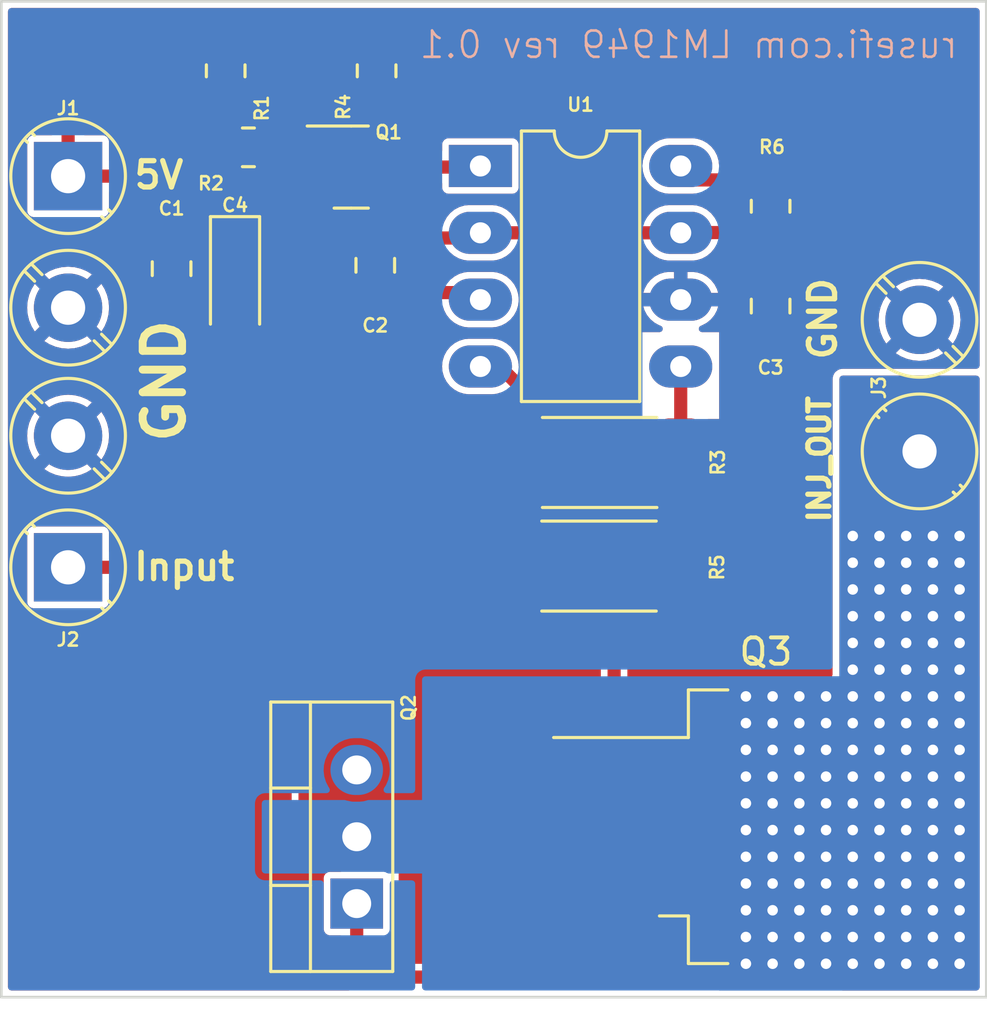
<source format=kicad_pcb>
(kicad_pcb (version 20211014) (generator pcbnew)
  (layers (0 "F.Cu" signal) (31 "B.Cu" signal) (34 "B.Paste" user) (35 "F.Paste" user) (36 "B.SilkS" user "B.Silkscreen") (37 "F.SilkS" user "F.Silkscreen") (38 "B.Mask" user) (39 "F.Mask" user) (44 "Edge.Cuts" user))
  (net 0 "")
  (net 1 "+5V")
  (net 2 "GND")
  (net 3 "/OUT")
  (net 4 "Net-(C2-Pad2)")
  (net 5 "Net-(C3-Pad1)")
  (net 6 "Net-(J2-Pad1)")
  (net 7 "/INJ")
  (net 8 "Net-(Q1-Pad1)")
  (net 9 "Net-(Q1-Pad3)")
  (net 10 "/SEN")
  (footprint "TerminalBlock_Phoenix:TerminalBlock_Phoenix_PT-1,5-2-5.0-H_1x02_P5.00mm_Horizontal" (layer "F.Cu") (at 127 56.174 -90)
    (fp_text reference "J1" (at -2.58 0 180) (layer "F.SilkS") (effects (font (size 0.5 0.5) (thickness 0.1))))
    (fp_text value "Supply")
    (fp_line (start 1.388 -1.654) (end 1.281 -1.547) (layer "F.SilkS") (width 0.12))
    (fp_line (start 6.654 -1.388) (end 6.259 -0.992) (layer "F.SilkS") (width 0.12))
    (fp_line (start 3.993 1.274) (end 3.613 1.654) (layer "F.SilkS") (width 0.12))
    (fp_line (start 1.654 -1.388) (end 1.547 -1.281) (layer "F.SilkS") (width 0.12))
    (fp_line (start 6.388 -1.654) (end 6.008 -1.274) (layer "F.SilkS") (width 0.12))
    (fp_line (start -1.282 1.547) (end -1.388 1.654) (layer "F.SilkS") (width 0.12))
    (fp_line (start -1.548 1.281) (end -1.654 1.388) (layer "F.SilkS") (width 0.12))
    (fp_line (start 3.742 0.992) (end 3.347 1.388) (layer "F.SilkS") (width 0.12))
    (fp_circle (center 5 0) (end 7.18 0) (layer "F.SilkS") (width 0.12) (fill none))
    (fp_circle (center 0 0) (end 2.18 0) (layer "F.SilkS") (width 0.12) (fill none))
    (pad "1" thru_hole rect (at 0 0 270) (size 2.6 2.6) (drill 1.3) (layers *.Cu *.Mask) (net 1 "+5V"))
    (pad "2" thru_hole circle (at 5 0 270) (size 2.6 2.6) (drill 1.3) (layers *.Cu *.Mask) (net 2 "GND"))
  )
  (footprint "Resistor_SMD:R_0805_2012Metric_Pad1.20x1.40mm_HandSolder" (layer "F.Cu") (at 153.7208 57.3184 90)
    (fp_text reference "R6" (at 2.2512 0.0508 180) (layer "F.SilkS") (effects (font (size 0.5 0.5) (thickness 0.1))))
    (fp_text value "39k")
    (fp_line (start -0.227064 -0.735) (end 0.227064 -0.735) (layer "F.SilkS") (width 0.12))
    (fp_line (start -0.227064 0.735) (end 0.227064 0.735) (layer "F.SilkS") (width 0.12))
    (pad "1" smd roundrect (at -1 0 90) (size 1.2 1.4) (layers "F.Cu" "F.Paste" "F.Mask") (roundrect_rratio 0.2083333333) (net 1 "+5V"))
    (pad "2" smd roundrect (at 1 0 90) (size 1.2 1.4) (layers "F.Cu" "F.Paste" "F.Mask") (roundrect_rratio 0.2083333333) (net 5 "Net-(C3-Pad1)"))
  )
  (footprint "Package_TO_SOT_THT:TO-220-3_Vertical" (layer "F.Cu") (at 137.978 83.82 90)
    (fp_text reference "Q2" (at 7.4422 1.976 90) (layer "F.SilkS") (effects (font (size 0.5 0.5) (thickness 0.1))))
    (fp_text value "TIP122")
    (fp_line (start 0.69 -3.27) (end 0.69 -1.76) (layer "F.SilkS") (width 0.12))
    (fp_line (start -2.58 -3.27) (end -2.58 1.371) (layer "F.SilkS") (width 0.12))
    (fp_line (start 7.66 -3.27) (end 7.66 1.371) (layer "F.SilkS") (width 0.12))
    (fp_line (start 4.391 -3.27) (end 4.391 -1.76) (layer "F.SilkS") (width 0.12))
    (fp_line (start -2.58 1.371) (end 7.66 1.371) (layer "F.SilkS") (width 0.12))
    (fp_line (start -2.58 -1.76) (end 7.66 -1.76) (layer "F.SilkS") (width 0.12))
    (fp_line (start -2.58 -3.27) (end 7.66 -3.27) (layer "F.SilkS") (width 0.12))
    (pad "1" thru_hole rect (at 0 0 90) (size 1.905 2) (drill 1.1) (layers *.Cu *.Mask) (net 3 "/OUT"))
    (pad "2" thru_hole oval (at 2.54 0 90) (size 1.905 2) (drill 1.1) (layers *.Cu *.Mask) (net 7 "/INJ"))
    (pad "3" thru_hole oval (at 5.08 0 90) (size 1.905 2) (drill 1.1) (layers *.Cu *.Mask) (net 10 "/SEN"))
  )
  (footprint "Resistor_SMD:R_2512_6332Metric_Pad1.40x3.35mm_HandSolder" (layer "F.Cu") (at 147.2184 67.056)
    (fp_text reference "R3" (at 4.4958 0 90) (layer "F.SilkS") (effects (font (size 0.5 0.5) (thickness 0.1))))
    (fp_text value "0.2R")
    (fp_line (start -2.177064 -1.71) (end 2.177064 -1.71) (layer "F.SilkS") (width 0.12))
    (fp_line (start -2.177064 1.71) (end 2.177064 1.71) (layer "F.SilkS") (width 0.12))
    (pad "1" smd roundrect (at -3.05 0) (size 1.4 3.35) (layers "F.Cu" "F.Paste" "F.Mask") (roundrect_rratio 0.1785707143) (net 10 "/SEN"))
    (pad "2" smd roundrect (at 3.05 0) (size 1.4 3.35) (layers "F.Cu" "F.Paste" "F.Mask") (roundrect_rratio 0.1785707143) (net 2 "GND"))
  )
  (footprint "Resistor_SMD:R_0805_2012Metric_Pad1.20x1.40mm_HandSolder" (layer "F.Cu") (at 138.7348 52.1716 -90)
    (fp_text reference "R4" (at 1.3716 1.27 90) (layer "F.SilkS") (effects (font (size 0.5 0.5) (thickness 0.1))))
    (fp_text value "1k")
    (fp_line (start -0.227064 -0.735) (end 0.227064 -0.735) (layer "F.SilkS") (width 0.12))
    (fp_line (start -0.227064 0.735) (end 0.227064 0.735) (layer "F.SilkS") (width 0.12))
    (pad "1" smd roundrect (at -1 0 270) (size 1.2 1.4) (layers "F.Cu" "F.Paste" "F.Mask") (roundrect_rratio 0.2083333333) (net 1 "+5V"))
    (pad "2" smd roundrect (at 1 0 270) (size 1.2 1.4) (layers "F.Cu" "F.Paste" "F.Mask") (roundrect_rratio 0.2083333333) (net 9 "Net-(Q1-Pad3)"))
  )
  (footprint "Capacitor_Tantalum_SMD:CP_EIA-3216-18_Kemet-A_Pad1.58x1.35mm_HandSolder" (layer "F.Cu") (at 133.35 60.198 -90)
    (fp_text reference "C4" (at -2.921 0 180) (layer "F.SilkS") (effects (font (size 0.5 0.5) (thickness 0.1))))
    (fp_text value "220nF")
    (fp_line (start -2.485 0.935) (end 1.6 0.935) (layer "F.SilkS") (width 0.12))
    (fp_line (start -2.485 -0.935) (end -2.485 0.935) (layer "F.SilkS") (width 0.12))
    (fp_line (start 1.6 -0.935) (end -2.485 -0.935) (layer "F.SilkS") (width 0.12))
    (pad "1" smd roundrect (at -1.4375 0 270) (size 1.575 1.35) (layers "F.Cu" "F.Paste" "F.Mask") (roundrect_rratio 0.1851851852) (net 1 "+5V"))
    (pad "2" smd roundrect (at 1.4375 0 270) (size 1.575 1.35) (layers "F.Cu" "F.Paste" "F.Mask") (roundrect_rratio 0.1851851852) (net 2 "GND"))
  )
  (footprint "TerminalBlock_Phoenix:TerminalBlock_Phoenix_PT-1,5-2-5.0-H_1x02_P5.00mm_Horizontal" (layer "F.Cu") (at 159.385 66.635 90)
    (fp_text reference "J3" (at 2.4238 -1.5494 90) (layer "F.SilkS") (effects (font (size 0.5 0.5) (thickness 0.1))))
    (fp_text value "INJ_Out")
    (fp_line (start 1.388 -1.654) (end 1.281 -1.547) (layer "F.SilkS") (width 0.12))
    (fp_line (start 1.654 -1.388) (end 1.547 -1.281) (layer "F.SilkS") (width 0.12))
    (fp_line (start 3.742 0.992) (end 3.347 1.388) (layer "F.SilkS") (width 0.12))
    (fp_line (start 3.993 1.274) (end 3.613 1.654) (layer "F.SilkS") (width 0.12))
    (fp_line (start -1.282 1.547) (end -1.388 1.654) (layer "F.SilkS") (width 0.12))
    (fp_line (start -1.548 1.281) (end -1.654 1.388) (layer "F.SilkS") (width 0.12))
    (fp_line (start 6.654 -1.388) (end 6.259 -0.992) (layer "F.SilkS") (width 0.12))
    (fp_line (start 6.388 -1.654) (end 6.008 -1.274) (layer "F.SilkS") (width 0.12))
    (fp_circle (center 0 0) (end 2.18 0) (layer "F.SilkS") (width 0.12) (fill none))
    (fp_circle (center 5 0) (end 7.18 0) (layer "F.SilkS") (width 0.12) (fill none))
    (pad "1" thru_hole rect (at 0 0 90) (size 2.6 2.6) (drill 1.3) (layers *.Cu *.Mask) (net 7 "/INJ"))
    (pad "2" thru_hole circle (at 5 0 90) (size 2.6 2.6) (drill 1.3) (layers *.Cu *.Mask) (net 2 "GND"))
  )
  (footprint "Resistor_SMD:R_0805_2012Metric_Pad1.20x1.40mm_HandSolder" (layer "F.Cu") (at 133.858 55.0792)
    (fp_text reference "R2" (at -1.4224 1.3716) (layer "F.SilkS") (effects (font (size 0.5 0.5) (thickness 0.1))))
    (fp_text value "1k")
    (fp_line (start -0.227064 0.735) (end 0.227064 0.735) (layer "F.SilkS") (width 0.12))
    (fp_line (start -0.227064 -0.735) (end 0.227064 -0.735) (layer "F.SilkS") (width 0.12))
    (pad "1" smd roundrect (at -1 0) (size 1.2 1.4) (layers "F.Cu" "F.Paste" "F.Mask") (roundrect_rratio 0.2083333333) (net 6 "Net-(J2-Pad1)"))
    (pad "2" smd roundrect (at 1 0) (size 1.2 1.4) (layers "F.Cu" "F.Paste" "F.Mask") (roundrect_rratio 0.2083333333) (net 8 "Net-(Q1-Pad1)"))
  )
  (footprint "Capacitor_SMD:C_0805_2012Metric_Pad1.18x1.45mm_HandSolder" (layer "F.Cu") (at 130.937 59.69 -90)
    (fp_text reference "C1" (at -2.286 0 180) (layer "F.SilkS") (effects (font (size 0.5 0.5) (thickness 0.1))))
    (fp_text value "0.1uF")
    (fp_line (start -0.261252 -0.735) (end 0.261252 -0.735) (layer "F.SilkS") (width 0.12))
    (fp_line (start -0.261252 0.735) (end 0.261252 0.735) (layer "F.SilkS") (width 0.12))
    (pad "1" smd roundrect (at -1.0375 0 270) (size 1.175 1.45) (layers "F.Cu" "F.Paste" "F.Mask") (roundrect_rratio 0.2127659574) (net 1 "+5V"))
    (pad "2" smd roundrect (at 1.0375 0 270) (size 1.175 1.45) (layers "F.Cu" "F.Paste" "F.Mask") (roundrect_rratio 0.2127659574) (net 2 "GND"))
  )
  (footprint "Package_TO_SOT_SMD:SOT-23" (layer "F.Cu") (at 137.7696 55.8292)
    (fp_text reference "Q1" (at 1.4224 -1.3208) (layer "F.SilkS") (effects (font (size 0.5 0.5) (thickness 0.1))))
    (fp_text value "BC817")
    (fp_line (start 0 1.56) (end 0.65 1.56) (layer "F.SilkS") (width 0.12))
    (fp_line (start 0 -1.56) (end -1.675 -1.56) (layer "F.SilkS") (width 0.12))
    (fp_line (start 0 -1.56) (end 0.65 -1.56) (layer "F.SilkS") (width 0.12))
    (fp_line (start 0 1.56) (end -0.65 1.56) (layer "F.SilkS") (width 0.12))
    (pad "1" smd roundrect (at -0.9375 -0.95) (size 1.475 0.6) (layers "F.Cu" "F.Paste" "F.Mask") (net 8 "Net-(Q1-Pad1)"))
    (pad "2" smd roundrect (at -0.9375 0.95) (size 1.475 0.6) (layers "F.Cu" "F.Paste" "F.Mask") (net 2 "GND"))
    (pad "3" smd roundrect (at 0.9375 0) (size 1.475 0.6) (layers "F.Cu" "F.Paste" "F.Mask") (net 9 "Net-(Q1-Pad3)"))
  )
  (footprint "Package_TO_SOT_SMD:TO-263-2" (layer "F.Cu") (at 153.543 80.899)
    (fp_text reference "Q3" (at 0 -6.65) (layer "F.SilkS"))
    (fp_text value "FJB102TM")
    (fp_line (start -1.45 5.2) (end -2.95 5.2) (layer "F.SilkS") (width 0.12))
    (fp_line (start -2.95 -5.2) (end -2.95 -3.39) (layer "F.SilkS") (width 0.12))
    (fp_line (start -2.95 3.39) (end -4.05 3.39) (layer "F.SilkS") (width 0.12))
    (fp_line (start -2.95 5.2) (end -2.95 3.39) (layer "F.SilkS") (width 0.12))
    (fp_line (start -1.45 -5.2) (end -2.95 -5.2) (layer "F.SilkS") (width 0.12))
    (fp_line (start -2.95 -3.39) (end -8.075 -3.39) (layer "F.SilkS") (width 0.12))
    (pad "1" smd rect (at -5.775 -2.54) (size 4.6 1.1) (layers "F.Cu" "F.Paste" "F.Mask") (net 3 "/OUT"))
    (pad "2" smd rect (at 3.375 0) (size 9.4 10.8) (layers "F.Cu" "F.Mask") (net 7 "/INJ"))
    (pad "3" smd rect (at -5.775 2.54) (size 4.6 1.1) (layers "F.Cu" "F.Paste" "F.Mask") (net 10 "/SEN"))
  )
  (footprint "TerminalBlock_Phoenix:TerminalBlock_Phoenix_PT-1,5-2-5.0-H_1x02_P5.00mm_Horizontal" (layer "F.Cu") (at 127 71.04 90)
    (fp_text reference "J2" (at -2.747 0 180) (layer "F.SilkS") (effects (font (size 0.5 0.5) (thickness 0.1))))
    (fp_text value "Input")
    (fp_line (start 6.654 -1.388) (end 6.259 -0.992) (layer "F.SilkS") (width 0.12))
    (fp_line (start -1.548 1.281) (end -1.654 1.388) (layer "F.SilkS") (width 0.12))
    (fp_line (start -1.282 1.547) (end -1.388 1.654) (layer "F.SilkS") (width 0.12))
    (fp_line (start 1.654 -1.388) (end 1.547 -1.281) (layer "F.SilkS") (width 0.12))
    (fp_line (start 3.742 0.992) (end 3.347 1.388) (layer "F.SilkS") (width 0.12))
    (fp_line (start 3.993 1.274) (end 3.613 1.654) (layer "F.SilkS") (width 0.12))
    (fp_line (start 6.388 -1.654) (end 6.008 -1.274) (layer "F.SilkS") (width 0.12))
    (fp_line (start 1.388 -1.654) (end 1.281 -1.547) (layer "F.SilkS") (width 0.12))
    (fp_circle (center 0 0) (end 2.18 0) (layer "F.SilkS") (width 0.12) (fill none))
    (fp_circle (center 5 0) (end 7.18 0) (layer "F.SilkS") (width 0.12) (fill none))
    (pad "1" thru_hole rect (at 0 0 90) (size 2.6 2.6) (drill 1.3) (layers *.Cu *.Mask) (net 6 "Net-(J2-Pad1)"))
    (pad "2" thru_hole circle (at 5 0 90) (size 2.6 2.6) (drill 1.3) (layers *.Cu *.Mask) (net 2 "GND"))
  )
  (footprint "Package_DIP:DIP-8_W7.62mm_LongPads" (layer "F.Cu") (at 142.6822 55.7884)
    (fp_text reference "U1" (at 3.81 -2.33) (layer "F.SilkS") (effects (font (size 0.5 0.5) (thickness 0.1))))
    (fp_text value "LM1949N_NOPB")
    (fp_line (start 1.56 -1.33) (end 1.56 8.95) (layer "F.SilkS") (width 0.12))
    (fp_line (start 6.06 -1.33) (end 4.81 -1.33) (layer "F.SilkS") (width 0.12))
    (fp_line (start 2.81 -1.33) (end 1.56 -1.33) (layer "F.SilkS") (width 0.12))
    (fp_line (start 1.56 8.95) (end 6.06 8.95) (layer "F.SilkS") (width 0.12))
    (fp_line (start 6.06 8.95) (end 6.06 -1.33) (layer "F.SilkS") (width 0.12))
    (fp_arc (start 4.81 -1.33) (mid 3.81 -0.33) (end 2.81 -1.33) (layer "F.SilkS") (width 0.12))
    (pad "1" thru_hole rect (at 0 0) (size 2.4 1.6) (drill 0.8) (layers *.Cu *.Mask) (net 9 "Net-(Q1-Pad3)"))
    (pad "2" thru_hole oval (at 0 2.54) (size 2.4 1.6) (drill 0.8) (layers *.Cu *.Mask) (net 3 "/OUT"))
    (pad "3" thru_hole oval (at 0 5.08) (size 2.4 1.6) (drill 0.8) (layers *.Cu *.Mask) (net 4 "Net-(C2-Pad2)"))
    (pad "4" thru_hole oval (at 0 7.62) (size 2.4 1.6) (drill 0.8) (layers *.Cu *.Mask) (net 10 "/SEN"))
    (pad "5" thru_hole oval (at 7.62 7.62) (size 2.4 1.6) (drill 0.8) (layers *.Cu *.Mask) (net 2 "GND"))
    (pad "6" thru_hole oval (at 7.62 5.08) (size 2.4 1.6) (drill 0.8) (layers *.Cu *.Mask) (net 2 "GND"))
    (pad "7" thru_hole oval (at 7.62 2.54) (size 2.4 1.6) (drill 0.8) (layers *.Cu *.Mask) (net 1 "+5V"))
    (pad "8" thru_hole oval (at 7.62 0) (size 2.4 1.6) (drill 0.8) (layers *.Cu *.Mask) (net 5 "Net-(C3-Pad1)"))
  )
  (footprint "Capacitor_SMD:C_0805_2012Metric_Pad1.18x1.45mm_HandSolder" (layer "F.Cu") (at 153.7208 61.1124 -90)
    (fp_text reference "C3" (at 2.3368 0 180) (layer "F.SilkS") (effects (font (size 0.5 0.5) (thickness 0.1))))
    (fp_text value "0.1uF")
    (fp_line (start -0.261252 0.735) (end 0.261252 0.735) (layer "F.SilkS") (width 0.12))
    (fp_line (start -0.261252 -0.735) (end 0.261252 -0.735) (layer "F.SilkS") (width 0.12))
    (pad "1" smd roundrect (at -1.0375 0 270) (size 1.175 1.45) (layers "F.Cu" "F.Paste" "F.Mask") (roundrect_rratio 0.2127659574) (net 5 "Net-(C3-Pad1)"))
    (pad "2" smd roundrect (at 1.0375 0 270) (size 1.175 1.45) (layers "F.Cu" "F.Paste" "F.Mask") (roundrect_rratio 0.2127659574) (net 2 "GND"))
  )
  (footprint "Capacitor_SMD:C_0805_2012Metric_Pad1.18x1.45mm_HandSolder" (layer "F.Cu") (at 138.684 59.563 -90)
    (fp_text reference "C2" (at 2.286 0 180) (layer "F.SilkS") (effects (font (size 0.5 0.5) (thickness 0.1))))
    (fp_text value "0.1uF")
    (fp_line (start -0.261252 -0.735) (end 0.261252 -0.735) (layer "F.SilkS") (width 0.12))
    (fp_line (start -0.261252 0.735) (end 0.261252 0.735) (layer "F.SilkS") (width 0.12))
    (pad "1" smd roundrect (at -1.0375 0 270) (size 1.175 1.45) (layers "F.Cu" "F.Paste" "F.Mask") (roundrect_rratio 0.2127659574) (net 3 "/OUT"))
    (pad "2" smd roundrect (at 1.0375 0 270) (size 1.175 1.45) (layers "F.Cu" "F.Paste" "F.Mask") (roundrect_rratio 0.2127659574) (net 4 "Net-(C2-Pad2)"))
  )
  (footprint "Resistor_SMD:R_2512_6332Metric_Pad1.40x3.35mm_HandSolder" (layer "F.Cu") (at 147.193 70.993)
    (fp_text reference "R5" (at 4.4958 0.0508 90) (layer "F.SilkS") (effects (font (size 0.5 0.5) (thickness 0.1))))
    (fp_text value "0.2R")
    (fp_line (start -2.177064 1.71) (end 2.177064 1.71) (layer "F.SilkS") (width 0.12))
    (fp_line (start -2.177064 -1.71) (end 2.177064 -1.71) (layer "F.SilkS") (width 0.12))
    (pad "1" smd roundrect (at -3.05 0) (size 1.4 3.35) (layers "F.Cu" "F.Paste" "F.Mask") (roundrect_rratio 0.1785707143) (net 10 "/SEN"))
    (pad "2" smd roundrect (at 3.05 0) (size 1.4 3.35) (layers "F.Cu" "F.Paste" "F.Mask") (roundrect_rratio 0.1785707143) (net 2 "GND"))
  )
  (footprint "Resistor_SMD:R_0805_2012Metric_Pad1.20x1.40mm_HandSolder" (layer "F.Cu") (at 132.9944 52.1716 -90)
    (fp_text reference "R1" (at 1.4224 -1.3716 90) (layer "F.SilkS") (effects (font (size 0.5 0.5) (thickness 0.1))))
    (fp_text value "10k")
    (fp_line (start -0.227064 -0.735) (end 0.227064 -0.735) (layer "F.SilkS") (width 0.12))
    (fp_line (start -0.227064 0.735) (end 0.227064 0.735) (layer "F.SilkS") (width 0.12))
    (pad "1" smd roundrect (at -1 0 270) (size 1.2 1.4) (layers "F.Cu" "F.Paste" "F.Mask") (roundrect_rratio 0.2083333333) (net 1 "+5V"))
    (pad "2" smd roundrect (at 1 0 270) (size 1.2 1.4) (layers "F.Cu" "F.Paste" "F.Mask") (roundrect_rratio 0.2083333333) (net 6 "Net-(J2-Pad1)"))
  )
  (gr_line (start 161.925 87.376) (end 124.46 87.376) (layer "Edge.Cuts") (width 0.1))
  (gr_line (start 124.46 49.53) (end 161.925 49.53) (layer "Edge.Cuts") (width 0.1))
  (gr_line (start 161.925 49.53) (end 161.925 87.376) (layer "Edge.Cuts") (width 0.1))
  (gr_line (start 124.46 87.376) (end 124.46 49.53) (layer "Edge.Cuts") (width 0.1))
  (gr_text "rusefi.com LM1949 rev 0.1" (at 160.909 51.181) (layer "B.SilkS") (effects (font (size 1 1) (thickness 0.1)) (justify left mirror)))
  (gr_text "Input" (at 131.4196 71.0184) (layer "F.SilkS") (effects (font (size 1 1) (thickness 0.2))))
  (gr_text "GND" (at 155.702 61.595 90) (layer "F.SilkS") (effects (font (size 1 1) (thickness 0.2))))
  (gr_text "GND" (at 130.6576 63.9572 90) (layer "F.SilkS") (effects (font (size 1.5 1.5) (thickness 0.3))))
  (gr_text "5V" (at 130.4544 56.134) (layer "F.SilkS") (effects (font (size 1 1) (thickness 0.2))))
  (gr_text "INJ_OUT" (at 155.575 66.929 90) (layer "F.SilkS") (effects (font (size 0.8 0.8) (thickness 0.2))))
  (segment (start 130.937 58.6525) (end 130.937 56.769) (width 0.5) (layer "F.Cu") (net 1))
  (segment (start 127.6444 51.1716) (end 132.9944 51.1716) (width 0.5) (layer "F.Cu") (net 1))
  (segment (start 145.4056 51.1716) (end 138.7348 51.1716) (width 0.5) (layer "F.Cu") (net 1))
  (segment (start 138.7348 51.1716) (end 132.9944 51.1716) (width 0.5) (layer "F.Cu") (net 1))
  (segment (start 150.3022 58.3284) (end 148.2444 58.3284) (width 0.5) (layer "F.Cu") (net 1))
  (segment (start 153.7208 58.3184) (end 150.3122 58.3184) (width 0.5) (layer "F.Cu") (net 1))
  (segment (start 133.35 58.7605) (end 131.045 58.7605) (width 0.5) (layer "F.Cu") (net 1))
  (segment (start 146.812 52.578) (end 145.4056 51.1716) (width 0.5) (layer "F.Cu") (net 1))
  (segment (start 150.3122 58.3184) (end 150.3022 58.3284) (width 0.5) (layer "F.Cu") (net 1))
  (segment (start 127 56.174) (end 127 51.816) (width 0.5) (layer "F.Cu") (net 1))
  (segment (start 131.045 58.7605) (end 130.937 58.6525) (width 0.5) (layer "F.Cu") (net 1))
  (segment (start 146.812 56.896) (end 146.812 52.578) (width 0.5) (layer "F.Cu") (net 1))
  (segment (start 130.937 56.769) (end 130.342 56.174) (width 0.5) (layer "F.Cu") (net 1))
  (segment (start 127 51.816) (end 127.6444 51.1716) (width 0.5) (layer "F.Cu") (net 1))
  (segment (start 130.342 56.174) (end 127 56.174) (width 0.5) (layer "F.Cu") (net 1))
  (segment (start 148.2444 58.3284) (end 146.812 56.896) (width 0.5) (layer "F.Cu") (net 1))
  (segment (start 150.3022 63.4084) (end 150.3022 67.0222) (width 0.5) (layer "F.Cu") (net 2))
  (segment (start 150.3022 67.0222) (end 150.2684 67.056) (width 0.5) (layer "F.Cu") (net 2))
  (segment (start 151.257 85.725) (end 150.368 86.614) (width 0.5) (layer "F.Cu") (net 3))
  (segment (start 147.768 78.359) (end 150.876 78.359) (width 0.5) (layer "F.Cu") (net 3))
  (segment (start 138.684 58.5255) (end 142.4851 58.5255) (width 0.5) (layer "F.Cu") (net 3))
  (segment (start 142.4851 58.5255) (end 142.6822 58.3284) (width 0.5) (layer "F.Cu") (net 3))
  (segment (start 142.6822 58.3284) (end 145.3234 58.3284) (width 0.5) (layer "F.Cu") (net 3))
  (segment (start 150.876 78.359) (end 151.257 78.74) (width 0.5) (layer "F.Cu") (net 3))
  (segment (start 138.176 86.614) (end 137.978 86.416) (width 0.5) (layer "F.Cu") (net 3))
  (segment (start 137.978 86.416) (end 137.978 83.82) (width 0.5) (layer "F.Cu") (net 3))
  (segment (start 147.768 60.773) (end 147.768 78.359) (width 0.5) (layer "F.Cu") (net 3))
  (segment (start 151.257 78.74) (end 151.257 85.725) (width 0.5) (layer "F.Cu") (net 3))
  (segment (start 150.368 86.614) (end 138.176 86.614) (width 0.5) (layer "F.Cu") (net 3))
  (segment (start 145.3234 58.3284) (end 147.768 60.773) (width 0.5) (layer "F.Cu") (net 3))
  (segment (start 138.684 60.6005) (end 142.4143 60.6005) (width 0.5) (layer "F.Cu") (net 4))
  (segment (start 142.4143 60.6005) (end 142.6822 60.8684) (width 0.5) (layer "F.Cu") (net 4))
  (segment (start 153.7208 56.3184) (end 150.8322 56.3184) (width 0.5) (layer "F.Cu") (net 5))
  (segment (start 153.7208 56.3184) (end 155.1752 56.3184) (width 0.5) (layer "F.Cu") (net 5))
  (segment (start 155.2155 60.0749) (end 153.7208 60.0749) (width 0.5) (layer "F.Cu") (net 5))
  (segment (start 155.1752 56.3184) (end 155.5496 56.6928) (width 0.5) (layer "F.Cu") (net 5))
  (segment (start 155.5496 59.7408) (end 155.2155 60.0749) (width 0.5) (layer "F.Cu") (net 5))
  (segment (start 155.5496 56.6928) (end 155.5496 59.7408) (width 0.5) (layer "F.Cu") (net 5))
  (segment (start 150.8322 56.3184) (end 150.3022 55.7884) (width 0.5) (layer "F.Cu") (net 5))
  (segment (start 132.842 55.0952) (end 132.842 56.388) (width 0.5) (layer "F.Cu") (net 6))
  (segment (start 132.9944 53.1716) (end 132.9944 54.9428) (width 0.5) (layer "F.Cu") (net 6))
  (segment (start 134.192 71.04) (end 127 71.04) (width 0.5) (layer "F.Cu") (net 6))
  (segment (start 132.858 55.0792) (end 132.842 55.0952) (width 0.5) (layer "F.Cu") (net 6))
  (segment (start 133.35 56.896) (end 134.366 56.896) (width 0.5) (layer "F.Cu") (net 6))
  (segment (start 134.366 56.896) (end 135.128 57.658) (width 0.5) (layer "F.Cu") (net 6))
  (segment (start 135.128 70.104) (end 134.192 71.04) (width 0.5) (layer "F.Cu") (net 6))
  (segment (start 135.128 57.658) (end 135.128 70.104) (width 0.5) (layer "F.Cu") (net 6))
  (segment (start 132.9944 54.9428) (end 132.858 55.0792) (width 0.5) (layer "F.Cu") (net 6))
  (segment (start 132.842 56.388) (end 133.35 56.896) (width 0.5) (layer "F.Cu") (net 6))
  (via (at 158.877 82.042) (size 0.8) (drill 0.4) (layers "F.Cu" "B.Cu") (net 7))
  (via (at 156.845 83.058) (size 0.8) (drill 0.4) (layers "F.Cu" "B.Cu") (net 7))
  (via (at 159.893 80.01) (size 0.8) (drill 0.4) (layers "F.Cu" "B.Cu") (net 7))
  (via (at 154.813 81.026) (size 0.8) (drill 0.4) (layers "F.Cu" "B.Cu") (net 7))
  (via (at 158.877 83.058) (size 0.8) (drill 0.4) (layers "F.Cu" "B.Cu") (net 7))
  (via (at 157.861 82.042) (size 0.8) (drill 0.4) (layers "F.Cu" "B.Cu") (net 7))
  (via (at 157.861 74.93) (size 0.8) (drill 0.4) (layers "F.Cu" "B.Cu") (net 7))
  (via (at 160.909 76.962) (size 0.8) (drill 0.4) (layers "F.Cu" "B.Cu") (net 7))
  (via (at 154.813 85.09) (size 0.8) (drill 0.4) (layers "F.Cu" "B.Cu") (net 7))
  (via (at 159.893 85.09) (size 0.8) (drill 0.4) (layers "F.Cu" "B.Cu") (net 7))
  (via (at 157.861 69.85) (size 0.8) (drill 0.4) (layers "F.Cu" "B.Cu") (net 7))
  (via (at 156.845 72.898) (size 0.8) (drill 0.4) (layers "F.Cu" "B.Cu") (net 7))
  (via (at 157.861 76.962) (size 0.8) (drill 0.4) (layers "F.Cu" "B.Cu") (net 7))
  (via (at 160.909 72.898) (size 0.8) (drill 0.4) (layers "F.Cu" "B.Cu") (net 7))
  (via (at 159.893 71.882) (size 0.8) (drill 0.4) (layers "F.Cu" "B.Cu") (net 7))
  (via (at 159.893 83.058) (size 0.8) (drill 0.4) (layers "F.Cu" "B.Cu") (net 7))
  (via (at 160.909 69.85) (size 0.8) (drill 0.4) (layers "F.Cu" "B.Cu") (net 7))
  (via (at 153.797 86.106) (size 0.8) (drill 0.4) (layers "F.Cu" "B.Cu") (net 7))
  (via (at 157.861 73.914) (size 0.8) (drill 0.4) (layers "F.Cu" "B.Cu") (net 7))
  (via (at 153.797 78.994) (size 0.8) (drill 0.4) (layers "F.Cu" "B.Cu") (net 7))
  (via (at 159.893 82.042) (size 0.8) (drill 0.4) (layers "F.Cu" "B.Cu") (net 7))
  (via (at 152.781 78.994) (size 0.8) (drill 0.4) (layers "F.Cu" "B.Cu") (net 7))
  (via (at 157.861 84.074) (size 0.8) (drill 0.4) (layers "F.Cu" "B.Cu") (net 7))
  (via (at 160.909 86.106) (size 0.8) (drill 0.4) (layers "F.Cu" "B.Cu") (net 7))
  (via (at 160.909 70.866) (size 0.8) (drill 0.4) (layers "F.Cu" "B.Cu") (net 7))
  (via (at 160.909 83.058) (size 0.8) (drill 0.4) (layers "F.Cu" "B.Cu") (net 7))
  (via (at 156.845 77.978) (size 0.8) (drill 0.4) (layers "F.Cu" "B.Cu") (net 7))
  (via (at 158.877 75.946) (size 0.8) (drill 0.4) (layers "F.Cu" "B.Cu") (net 7))
  (via (at 154.813 78.994) (size 0.8) (drill 0.4) (layers "F.Cu" "B.Cu") (net 7))
  (via (at 156.845 75.946) (size 0.8) (drill 0.4) (layers "F.Cu" "B.Cu") (net 7))
  (via (at 155.829 85.09) (size 0.8) (drill 0.4) (layers "F.Cu" "B.Cu") (net 7))
  (via (at 157.861 81.026) (size 0.8) (drill 0.4) (layers "F.Cu" "B.Cu") (net 7))
  (via (at 155.829 86.106) (size 0.8) (drill 0.4) (layers "F.Cu" "B.Cu") (net 7))
  (via (at 158.877 72.898) (size 0.8) (drill 0.4) (layers "F.Cu" "B.Cu") (net 7))
  (via (at 160.909 77.978) (size 0.8) (drill 0.4) (layers "F.Cu" "B.Cu") (net 7))
  (via (at 160.909 84.074) (size 0.8) (drill 0.4) (layers "F.Cu" "B.Cu") (net 7))
  (via (at 158.877 76.962) (size 0.8) (drill 0.4) (layers "F.Cu" "B.Cu") (net 7))
  (via (at 156.845 74.93) (size 0.8) (drill 0.4) (layers "F.Cu" "B.Cu") (net 7))
  (via (at 155.829 83.058) (size 0.8) (drill 0.4) (layers "F.Cu" "B.Cu") (net 7))
  (via (at 157.861 70.866) (size 0.8) (drill 0.4) (layers "F.Cu" "B.Cu") (net 7))
  (via (at 156.845 76.962) (size 0.8) (drill 0.4) (layers "F.Cu" "B.Cu") (net 7))
  (via (at 160.909 73.914) (size 0.8) (drill 0.4) (layers "F.Cu" "B.Cu") (net 7))
  (via (at 155.829 80.01) (size 0.8) (drill 0.4) (layers "F.Cu" "B.Cu") (net 7))
  (via (at 152.781 82.042) (size 0.8) (drill 0.4) (layers "F.Cu" "B.Cu") (net 7))
  (via (at 159.893 73.914) (size 0.8) (drill 0.4) (layers "F.Cu" "B.Cu") (net 7))
  (via (at 154.813 84.074) (size 0.8) (drill 0.4) (layers "F.Cu" "B.Cu") (net 7))
  (via (at 160.909 78.994) (size 0.8) (drill 0.4) (layers "F.Cu" "B.Cu") (net 7))
  (via (at 159.893 77.978) (size 0.8) (drill 0.4) (layers "F.Cu" "B.Cu") (net 7))
  (via (at 156.845 70.866) (size 0.8) (drill 0.4) (layers "F.Cu" "B.Cu") (net 7))
  (via (at 158.877 69.85) (size 0.8) (drill 0.4) (layers "F.Cu" "B.Cu") (net 7))
  (via (at 160.909 74.93) (size 0.8) (drill 0.4) (layers "F.Cu" "B.Cu") (net 7))
  (via (at 155.829 81.026) (size 0.8) (drill 0.4) (layers "F.Cu" "B.Cu") (net 7))
  (via (at 156.845 69.85) (size 0.8) (drill 0.4) (layers "F.Cu" "B.Cu") (net 7))
  (via (at 152.781 80.01) (size 0.8) (drill 0.4) (layers "F.Cu" "B.Cu") (net 7))
  (via (at 158.877 70.866) (size 0.8) (drill 0.4) (layers "F.Cu" "B.Cu") (net 7))
  (via (at 160.909 85.09) (size 0.8) (drill 0.4) (layers "F.Cu" "B.Cu") (net 7))
  (via (at 159.893 70.866) (size 0.8) (drill 0.4) (layers "F.Cu" "B.Cu") (net 7))
  (via (at 158.877 78.994) (size 0.8) (drill 0.4) (layers "F.Cu" "B.Cu") (net 7))
  (via (at 154.813 80.01) (size 0.8) (drill 0.4) (layers "F.Cu" "B.Cu") (net 7))
  (via (at 159.893 86.106) (size 0.8) (drill 0.4) (layers "F.Cu" "B.Cu") (net 7))
  (via (at 155.829 82.042) (size 0.8) (drill 0.4) (layers "F.Cu" "B.Cu") (net 7))
  (via (at 158.877 85.09) (size 0.8) (drill 0.4) (layers "F.Cu" "B.Cu") (net 7))
  (via (at 158.877 74.93) (size 0.8) (drill 0.4) (layers "F.Cu" "B.Cu") (net 7))
  (via (at 153.797 76.962) (size 0.8) (drill 0.4) (layers "F.Cu" "B.Cu") (net 7))
  (via (at 152.781 84.074) (size 0.8) (drill 0.4) (layers "F.Cu" "B.Cu") (net 7))
  (via (at 152.781 86.106) (size 0.8) (drill 0.4) (layers "F.Cu" "B.Cu") (net 7))
  (via (at 158.877 71.882) (size 0.8) (drill 0.4) (layers "F.Cu" "B.Cu") (net 7))
  (via (at 155.829 76.962) (size 0.8) (drill 0.4) (layers "F.Cu" "B.Cu") (net 7))
  (via (at 154.813 86.106) (size 0.8) (drill 0.4) (layers "F.Cu" "B.Cu") (net 7))
  (via (at 155.829 78.994) (size 0.8) (drill 0.4) (layers "F.Cu" "B.Cu") (net 7))
  (via (at 157.861 86.106) (size 0.8) (drill 0.4) (layers "F.Cu" "B.Cu") (net 7))
  (via (at 157.861 77.978) (size 0.8) (drill 0.4) (layers "F.Cu" "B.Cu") (net 7))
  (via (at 159.893 75.946) (size 0.8) (drill 0.4) (layers "F.Cu" "B.Cu") (net 7))
  (via (at 159.893 84.074) (size 0.8) (drill 0.4) (layers "F.Cu" "B.Cu") (net 7))
  (via (at 153.797 83.058) (size 0.8) (drill 0.4) (layers "F.Cu" "B.Cu") (net 7))
  (via (at 152.781 85.09) (size 0.8) (drill 0.4) (layers "F.Cu" "B.Cu") (net 7))
  (via (at 152.781 83.058) (size 0.8) (drill 0.4) (layers "F.Cu" "B.Cu") (net 7))
  (via (at 153.797 85.09) (size 0.8) (drill 0.4) (layers "F.Cu" "B.Cu") (net 7))
  (via (at 153.797 82.042) (size 0.8) (drill 0.4) (layers "F.Cu" "B.Cu") (net 7))
  (via (at 160.909 81.026) (size 0.8) (drill 0.4) (layers "F.Cu" "B.Cu") (net 7))
  (via (at 157.861 83.058) (size 0.8) (drill 0.4) (layers "F.Cu" "B.Cu") (net 7))
  (via (at 158.877 81.026) (size 0.8) (drill 0.4) (layers "F.Cu" "B.Cu") (net 7))
  (via (at 156.845 71.882) (size 0.8) (drill 0.4) (layers "F.Cu" "B.Cu") (net 7))
  (via (at 154.813 77.978) (size 0.8) (drill 0.4) (layers "F.Cu" "B.Cu") (net 7))
  (via (at 158.877 80.01) (size 0.8) (drill 0.4) (layers "F.Cu" "B.Cu") (net 7))
  (via (at 154.813 83.058) (size 0.8) (drill 0.4) (layers "F.Cu" "B.Cu") (net 7))
  (via (at 156.845 86.106) (size 0.8) (drill 0.4) (layers "F.Cu" "B.Cu") (net 7))
  (via (at 160.909 75.946) (size 0.8) (drill 0.4) (layers "F.Cu" "B.Cu") (net 7))
  (via (at 156.845 78.994) (size 0.8) (drill 0.4) (layers "F.Cu" "B.Cu") (net 7))
  (via (at 159.893 81.026) (size 0.8) (drill 0.4) (layers "F.Cu" "B.Cu") (net 7))
  (via (at 154.813 82.042) (size 0.8) (drill 0.4) (layers "F.Cu" "B.Cu") (net 7))
  (via (at 155.829 77.978) (size 0.8) (drill 0.4) (layers "F.Cu" "B.Cu") (net 7))
  (via (at 156.845 84.074) (size 0.8) (drill 0.4) (layers "F.Cu" "B.Cu") (net 7))
  (via (at 153.797 84.074) (size 0.8) (drill 0.4) (layers "F.Cu" "B.Cu") (net 7))
  (via (at 152.781 76.962) (size 0.8) (drill 0.4) (layers "F.Cu" "B.Cu") (net 7))
  (via (at 160.909 82.042) (size 0.8) (drill 0.4) (layers "F.Cu" "B.Cu") (net 7))
  (via (at 157.861 75.946) (size 0.8) (drill 0.4) (layers "F.Cu" "B.Cu") (net 7))
  (via (at 156.845 82.042) (size 0.8) (drill 0.4) (layers "F.Cu" "B.Cu") (net 7))
  (via (at 156.845 85.09) (size 0.8) (drill 0.4) (layers "F.Cu" "B.Cu") (net 7))
  (via (at 159.893 69.85) (size 0.8) (drill 0.4) (layers "F.Cu" "B.Cu") (net 7))
  (via (at 157.861 72.898) (size 0.8) (drill 0.4) (layers "F.Cu" "B.Cu") (net 7))
  (via (at 159.893 72.898) (size 0.8) (drill 0.4) (layers "F.Cu" "B.Cu") (net 7))
  (via (at 156.845 80.01) (size 0.8) (drill 0.4) (layers "F.Cu" "B.Cu") (net 7))
  (via (at 155.829 84.074) (size 0.8) (drill 0.4) (layers "F.Cu" "B.Cu") (net 7))
  (via (at 157.861 71.882) (size 0.8) (drill 0.4) (layers "F.Cu" "B.Cu") (net 7))
  (via (at 157.861 80.01) (size 0.8) (drill 0.4) (layers "F.Cu" "B.Cu") (net 7))
  (via (at 158.877 86.106) (size 0.8) (drill 0.4) (layers "F.Cu" "B.Cu") (net 7))
  (via (at 154.813 76.962) (size 0.8) (drill 0.4) (layers "F.Cu" "B.Cu") (net 7))
  (via (at 152.781 77.978) (size 0.8) (drill 0.4) (layers "F.Cu" "B.Cu") (net 7))
  (via (at 158.877 84.074) (size 0.8) (drill 0.4) (layers "F.Cu" "B.Cu") (net 7))
  (via (at 156.845 73.914) (size 0.8) (drill 0.4) (layers "F.Cu" "B.Cu") (net 7))
  (via (at 153.797 81.026) (size 0.8) (drill 0.4) (layers "F.Cu" "B.Cu") (net 7))
  (via (at 158.877 73.914) (size 0.8) (drill 0.4) (layers "F.Cu" "B.Cu") (net 7))
  (via (at 158.877 77.978) (size 0.8) (drill 0.4) (layers "F.Cu" "B.Cu") (net 7))
  (via (at 159.893 74.93) (size 0.8) (drill 0.4) (layers "F.Cu" "B.Cu") (net 7))
  (via (at 155.829 75.946) (size 0.8) (drill 0.4) (layers "F.Cu" "B.Cu") (net 7))
  (via (at 153.797 80.01) (size 0.8) (drill 0.4) (layers "F.Cu" "B.Cu") (net 7))
  (via (at 152.781 75.946) (size 0.8) (drill 0.4) (layers "F.Cu" "B.Cu") (net 7))
  (via (at 156.845 81.026) (size 0.8) (drill 0.4) (layers "F.Cu" "B.Cu") (net 7))
  (via (at 159.893 76.962) (size 0.8) (drill 0.4) (layers "F.Cu" "B.Cu") (net 7))
  (via (at 154.813 75.946) (size 0.8) (drill 0.4) (layers "F.Cu" "B.Cu") (net 7))
  (via (at 153.797 75.946) (size 0.8) (drill 0.4) (layers "F.Cu" "B.Cu") (net 7))
  (via (at 160.909 80.01) (size 0.8) (drill 0.4) (layers "F.Cu" "B.Cu") (net 7))
  (via (at 152.781 81.026) (size 0.8) (drill 0.4) (layers "F.Cu" "B.Cu") (net 7))
  (via (at 160.909 71.882) (size 0.8) (drill 0.4) (layers "F.Cu" "B.Cu") (net 7))
  (via (at 159.893 78.994) (size 0.8) (drill 0.4) (layers "F.Cu" "B.Cu") (net 7))
  (via (at 153.797 77.978) (size 0.8) (drill 0.4) (layers "F.Cu" "B.Cu") (net 7))
  (via (at 157.861 85.09) (size 0.8) (drill 0.4) (layers "F.Cu" "B.Cu") (net 7))
  (via (at 157.861 78.994) (size 0.8) (drill 0.4) (layers "F.Cu" "B.Cu") (net 7))
  (segment (start 136.8321 54.8792) (end 135.058 54.8792) (width 0.5) (layer "F.Cu") (net 8))
  (segment (start 135.058 54.8792) (end 134.858 55.0792) (width 0.5) (layer "F.Cu") (net 8))
  (segment (start 138.7348 53.1716) (end 138.7348 55.8015) (width 0.5) (layer "F.Cu") (net 9))
  (segment (start 142.6414 55.8292) (end 142.6822 55.7884) (width 0.5) (layer "F.Cu") (net 9))
  (segment (start 138.7071 55.8292) (end 142.6414 55.8292) (width 0.5) (layer "F.Cu") (net 9))
  (segment (start 138.7348 55.8015) (end 138.7071 55.8292) (width 0.5) (layer "F.Cu") (net 9))
  (segment (start 144.1684 64.1584) (end 144.1684 67.056) (width 0.5) (layer "F.Cu") (net 10))
  (segment (start 144.143 70.993) (end 144.143 67.0814) (width 0.25) (layer "F.Cu") (net 10))
  (segment (start 144.143 67.0814) (end 144.1684 67.056) (width 0.25) (layer "F.Cu") (net 10))
  (segment (start 142.6822 63.4084) (end 143.4184 63.4084) (width 0.5) (layer "F.Cu") (net 10))
  (segment (start 143.4184 63.4084) (end 144.1684 64.1584) (width 0.5) (layer "F.Cu") (net 10))
  (zone (net 0) (net_name "") (layers F&B.Cu) (connect_pads (clearance 0)) (min_thickness 0.254)
    (keepout (tracks allowed) (vias allowed) (pads allowed) (copperpour not_allowed) (footprints allowed))
    (fill (thermal_gap 0.508) (thermal_bridge_width 0.508))
    (polygon (pts (xy 151.765 65.405) (xy 148.844 65.405) (xy 148.844 62.103) (xy 151.765 62.103)))
  )
  (zone (net 10) (net_name "/SEN") (layer "F.Cu") (priority 1) (connect_pads yes (clearance 0.254)) (min_thickness 0.254) (fill yes (thermal_gap 0.254) (thermal_bridge_width 0.508))
    (polygon (pts (xy 147.32 76.2) (xy 145.161 76.2) (xy 145.161 81.534) (xy 150.876 81.534) (xy 150.876 87.376) (xy 139.573 87.376) (xy 139.573 80.01) (xy 135.763 80.01) (xy 135.763 65.024) (xy 147.32 65.024)))
  )
  (zone (net 2) (net_name "GND") (layers F&B.Cu) (connect_pads (clearance 0.254)) (min_thickness 0.254) (fill yes (thermal_gap 0.254) (thermal_bridge_width 0.508))
    (polygon (pts (xy 161.925 87.4014) (xy 124.46 87.4014) (xy 124.46 49.53) (xy 161.925 49.53)))
  )
  (zone (net 7) (net_name "/INJ") (layer "F.Cu") (priority 2) (connect_pads yes (clearance 0.254)) (min_thickness 0.254) (fill yes (thermal_gap 0.508) (thermal_bridge_width 0.508))
    (polygon (pts (xy 161.925 87.376) (xy 156.337 87.376) (xy 156.337 63.754) (xy 161.925 63.754)))
  )
  (zone (net 7) (net_name "/INJ") (layer "B.Cu") (priority 2) (connect_pads yes (clearance 0.254)) (min_thickness 0.254) (fill yes (thermal_gap 0.254) (thermal_bridge_width 0.508))
    (polygon (pts (xy 161.925 87.376) (xy 151.765 87.376) (xy 140.462 87.376) (xy 140.462 82.677) (xy 134.366 82.677) (xy 134.366 79.883) (xy 140.462 79.883) (xy 140.462 75.184) (xy 151.765 75.184) (xy 161.925 75.184)))
  )
  (zone (net 7) (net_name "/INJ") (layer "B.Cu") (priority 2) (connect_pads yes (clearance 0.254)) (min_thickness 0.254) (fill yes (thermal_gap 0.508) (thermal_bridge_width 0.508))
    (polygon (pts (xy 161.925 87.376) (xy 151.765 87.376) (xy 151.765 75.184) (xy 156.337 75.184) (xy 156.337 63.754) (xy 161.925 63.754)))
  )
)
</source>
